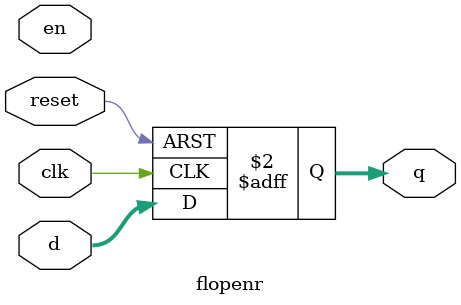
<source format=sv>
module flopenr #(parameter WIDTH = 8)(
    input  logic                clk, reset, en,
    input  logic [WIDTH-1:0]    d,
    output logic [WIDTH-1:0]    q
    );

    always_ff @(posedge clk, posedge reset)
        if (reset)  q <= 0;
        else        q <= d;

endmodule
</source>
